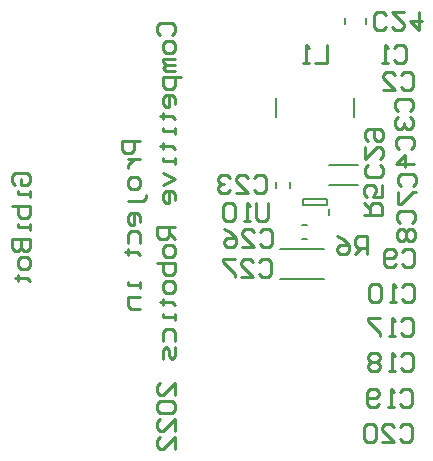
<source format=gbr>
%TF.GenerationSoftware,Altium Limited,Altium Designer,22.10.1 (41)*%
G04 Layer_Color=32896*
%FSLAX45Y45*%
%MOMM*%
%TF.SameCoordinates,7B7B0447-9336-45C8-9B88-AABF40CF29D0*%
%TF.FilePolarity,Positive*%
%TF.FileFunction,Legend,Bot*%
%TF.Part,Single*%
G01*
G75*
%TA.AperFunction,NonConductor*%
%ADD63C,0.10000*%
%ADD64C,0.20000*%
%ADD65C,0.25400*%
D63*
X6680000Y5817574D02*
G03*
X6680000Y5807574I0J-5000D01*
G01*
D02*
G03*
X6680000Y5817574I0J5000D01*
G01*
D64*
X6565310Y5070913D02*
X6614690D01*
X6565310Y5191533D02*
X6614690D01*
X6799393Y5702797D02*
X7040606D01*
X6799393Y5531584D02*
X7040606D01*
X7110000Y6895500D02*
Y6945500D01*
X6930000Y6895500D02*
Y6945500D01*
X6350000Y6106374D02*
Y6267574D01*
X7010000Y6107574D02*
Y6267574D01*
X6384690Y4990888D02*
X6755310D01*
X6384690Y4730888D02*
X6755310D01*
X6784781Y5361558D02*
Y5411558D01*
X6574781D02*
X6784781D01*
X6574781Y5361558D02*
Y5411558D01*
Y5361558D02*
X6784781D01*
X6794781Y5279059D02*
Y5326559D01*
X6346234Y5502151D02*
Y5551528D01*
X6466853Y5502151D02*
Y5551528D01*
D65*
X5366858Y6803033D02*
X5341466Y6828425D01*
Y6879208D01*
X5366858Y6904600D01*
X5468425D01*
X5493817Y6879208D01*
Y6828425D01*
X5468425Y6803033D01*
X5493817Y6726858D02*
Y6676074D01*
X5468425Y6650682D01*
X5417641D01*
X5392249Y6676074D01*
Y6726858D01*
X5417641Y6752249D01*
X5468425D01*
X5493817Y6726858D01*
Y6599899D02*
X5392249D01*
Y6574507D01*
X5417641Y6549115D01*
X5493817D01*
X5417641D01*
X5392249Y6523723D01*
X5417641Y6498331D01*
X5493817D01*
X5544600Y6447548D02*
X5392249D01*
Y6371373D01*
X5417641Y6345981D01*
X5468425D01*
X5493817Y6371373D01*
Y6447548D01*
Y6219022D02*
Y6269805D01*
X5468425Y6295197D01*
X5417641D01*
X5392249Y6269805D01*
Y6219022D01*
X5417641Y6193630D01*
X5443033D01*
Y6295197D01*
X5366858Y6117455D02*
X5392249D01*
Y6142846D01*
Y6092063D01*
Y6117455D01*
X5468425D01*
X5493817Y6092063D01*
Y6015888D02*
Y5965104D01*
Y5990496D01*
X5392249D01*
Y6015888D01*
X5366858Y5863537D02*
X5392249D01*
Y5888929D01*
Y5838145D01*
Y5863537D01*
X5468425D01*
X5493817Y5838145D01*
Y5761970D02*
Y5711186D01*
Y5736578D01*
X5392249D01*
Y5761970D01*
Y5635011D02*
X5493817Y5584228D01*
X5392249Y5533444D01*
X5493817Y5406485D02*
Y5457268D01*
X5468425Y5482660D01*
X5417641D01*
X5392249Y5457268D01*
Y5406485D01*
X5417641Y5381093D01*
X5443033D01*
Y5482660D01*
X5493817Y5177959D02*
X5341466D01*
Y5101784D01*
X5366858Y5076392D01*
X5417641D01*
X5443033Y5101784D01*
Y5177959D01*
Y5127175D02*
X5493817Y5076392D01*
Y5000216D02*
Y4949433D01*
X5468425Y4924041D01*
X5417641D01*
X5392249Y4949433D01*
Y5000216D01*
X5417641Y5025608D01*
X5468425D01*
X5493817Y5000216D01*
X5341466Y4873257D02*
X5493817D01*
Y4797082D01*
X5468425Y4771690D01*
X5443033D01*
X5417641D01*
X5392249Y4797082D01*
Y4873257D01*
X5493817Y4695515D02*
Y4644731D01*
X5468425Y4619340D01*
X5417641D01*
X5392249Y4644731D01*
Y4695515D01*
X5417641Y4720907D01*
X5468425D01*
X5493817Y4695515D01*
X5366858Y4543164D02*
X5392249D01*
Y4568556D01*
Y4517773D01*
Y4543164D01*
X5468425D01*
X5493817Y4517773D01*
Y4441597D02*
Y4390814D01*
Y4416205D01*
X5392249D01*
Y4441597D01*
Y4213071D02*
Y4289246D01*
X5417641Y4314638D01*
X5468425D01*
X5493817Y4289246D01*
Y4213071D01*
Y4162288D02*
Y4086112D01*
X5468425Y4060720D01*
X5443033Y4086112D01*
Y4136896D01*
X5417641Y4162288D01*
X5392249Y4136896D01*
Y4060720D01*
X5493817Y3756019D02*
Y3857586D01*
X5392249Y3756019D01*
X5366858D01*
X5341466Y3781411D01*
Y3832194D01*
X5366858Y3857586D01*
Y3705235D02*
X5341466Y3679844D01*
Y3629060D01*
X5366858Y3603668D01*
X5468425D01*
X5493817Y3629060D01*
Y3679844D01*
X5468425Y3705235D01*
X5366858D01*
X5493817Y3451317D02*
Y3552885D01*
X5392249Y3451317D01*
X5366858D01*
X5341466Y3476709D01*
Y3527493D01*
X5366858Y3552885D01*
X5493817Y3298967D02*
Y3400534D01*
X5392249Y3298967D01*
X5366858D01*
X5341466Y3324359D01*
Y3375142D01*
X5366858Y3400534D01*
X5193816Y5904600D02*
X5041466D01*
Y5828425D01*
X5066858Y5803033D01*
X5117641D01*
X5143033Y5828425D01*
Y5904600D01*
X5092249Y5752249D02*
X5193816D01*
X5143033D01*
X5117641Y5726857D01*
X5092249Y5701466D01*
Y5676074D01*
X5193816Y5574507D02*
Y5523723D01*
X5168425Y5498331D01*
X5117641D01*
X5092249Y5523723D01*
Y5574507D01*
X5117641Y5599899D01*
X5168425D01*
X5193816Y5574507D01*
X5244600Y5447548D02*
Y5422156D01*
X5219208Y5396764D01*
X5092249D01*
X5193816Y5219022D02*
Y5269805D01*
X5168425Y5295197D01*
X5117641D01*
X5092249Y5269805D01*
Y5219022D01*
X5117641Y5193630D01*
X5143033D01*
Y5295197D01*
X5092249Y5041279D02*
Y5117455D01*
X5117641Y5142846D01*
X5168425D01*
X5193816Y5117455D01*
Y5041279D01*
X5066858Y4965104D02*
X5092249D01*
Y4990496D01*
Y4939712D01*
Y4965104D01*
X5168425D01*
X5193816Y4939712D01*
Y4711186D02*
Y4660403D01*
Y4685794D01*
X5092249D01*
Y4711186D01*
X5193816Y4584227D02*
X5092249D01*
Y4508052D01*
X5117641Y4482660D01*
X5193816D01*
X4137641Y5533033D02*
X4112249Y5558424D01*
Y5609208D01*
X4137641Y5634600D01*
X4239208D01*
X4264600Y5609208D01*
Y5558424D01*
X4239208Y5533033D01*
X4188424D01*
Y5583816D01*
X4264600Y5482249D02*
Y5431466D01*
Y5456857D01*
X4163033D01*
Y5482249D01*
X4112249Y5355290D02*
X4264600D01*
Y5279115D01*
X4239208Y5253723D01*
X4213816D01*
X4188424D01*
X4163033Y5279115D01*
Y5355290D01*
X4264600Y5202940D02*
Y5152156D01*
Y5177548D01*
X4163033D01*
Y5202940D01*
X4112249Y5075981D02*
X4264600D01*
Y4999805D01*
X4239208Y4974413D01*
X4213816D01*
X4188424Y4999805D01*
Y5075981D01*
Y4999805D01*
X4163033Y4974413D01*
X4137641D01*
X4112249Y4999805D01*
Y5075981D01*
X4264600Y4898238D02*
Y4847455D01*
X4239208Y4822063D01*
X4188424D01*
X4163033Y4847455D01*
Y4898238D01*
X4188424Y4923630D01*
X4239208D01*
X4264600Y4898238D01*
X4137641Y4745887D02*
X4163033D01*
Y4771279D01*
Y4720496D01*
Y4745887D01*
X4239208D01*
X4264600Y4720496D01*
X7116959Y4943825D02*
Y5096175D01*
X7040783D01*
X7015392Y5070784D01*
Y5020000D01*
X7040783Y4994608D01*
X7116959D01*
X7066175D02*
X7015392Y4943825D01*
X6863041Y5096175D02*
X6913825Y5070784D01*
X6964608Y5020000D01*
Y4969217D01*
X6939216Y4943825D01*
X6888433D01*
X6863041Y4969217D01*
Y4994608D01*
X6888433Y5020000D01*
X6964608D01*
X6781567Y6716175D02*
Y6563825D01*
X6680000D01*
X6629216D02*
X6578433D01*
X6603824D01*
Y6716175D01*
X6629216Y6690783D01*
X7230784Y5698433D02*
X7256175Y5673041D01*
Y5622258D01*
X7230784Y5596866D01*
X7129217D01*
X7103825Y5622258D01*
Y5673041D01*
X7129217Y5698433D01*
X7103825Y5850784D02*
Y5749217D01*
X7205392Y5850784D01*
X7230784D01*
X7256175Y5825392D01*
Y5774608D01*
X7230784Y5749217D01*
X7129217Y5901567D02*
X7103825Y5926959D01*
Y5977743D01*
X7129217Y6003135D01*
X7230784D01*
X7256175Y5977743D01*
Y5926959D01*
X7230784Y5901567D01*
X7205392D01*
X7180000Y5926959D01*
Y6003135D01*
X6201567Y4880783D02*
X6226959Y4906175D01*
X6277742D01*
X6303134Y4880783D01*
Y4779217D01*
X6277742Y4753825D01*
X6226959D01*
X6201567Y4779217D01*
X6049216Y4753825D02*
X6150783D01*
X6049216Y4855392D01*
Y4880783D01*
X6074608Y4906175D01*
X6125392D01*
X6150783Y4880783D01*
X5998433Y4906175D02*
X5896866D01*
Y4880783D01*
X5998433Y4779217D01*
Y4753825D01*
X6211567Y5130783D02*
X6236959Y5156175D01*
X6287742D01*
X6313134Y5130783D01*
Y5029217D01*
X6287742Y5003825D01*
X6236959D01*
X6211567Y5029217D01*
X6059216Y5003825D02*
X6160783D01*
X6059216Y5105392D01*
Y5130783D01*
X6084608Y5156175D01*
X6135392D01*
X6160783Y5130783D01*
X5906866Y5156175D02*
X5957649Y5130783D01*
X6008433Y5080000D01*
Y5029217D01*
X5983041Y5003825D01*
X5932257D01*
X5906866Y5029217D01*
Y5054608D01*
X5932257Y5080000D01*
X6008433D01*
X7396842Y3477151D02*
X7422234Y3502542D01*
X7473017D01*
X7498409Y3477151D01*
Y3375584D01*
X7473017Y3350192D01*
X7422234D01*
X7396842Y3375584D01*
X7244491Y3350192D02*
X7346058D01*
X7244491Y3451759D01*
Y3477151D01*
X7269883Y3502542D01*
X7320667D01*
X7346058Y3477151D01*
X7193708D02*
X7168316Y3502542D01*
X7117532D01*
X7092141Y3477151D01*
Y3375584D01*
X7117532Y3350192D01*
X7168316D01*
X7193708Y3375584D01*
Y3477151D01*
X7401453Y3773846D02*
X7426845Y3799238D01*
X7477629D01*
X7503021Y3773846D01*
Y3672279D01*
X7477629Y3646887D01*
X7426845D01*
X7401453Y3672279D01*
X7350670Y3646887D02*
X7299886D01*
X7325278D01*
Y3799238D01*
X7350670Y3773846D01*
X7223711Y3672279D02*
X7198319Y3646887D01*
X7147536D01*
X7122144Y3672279D01*
Y3773846D01*
X7147536Y3799238D01*
X7198319D01*
X7223711Y3773846D01*
Y3748454D01*
X7198319Y3723062D01*
X7122144D01*
X7406398Y4077958D02*
X7431790Y4103350D01*
X7482573D01*
X7507965Y4077958D01*
Y3976391D01*
X7482573Y3950999D01*
X7431790D01*
X7406398Y3976391D01*
X7355614Y3950999D02*
X7304831D01*
X7330222D01*
Y4103350D01*
X7355614Y4077958D01*
X7228655D02*
X7203263Y4103350D01*
X7152480D01*
X7127088Y4077958D01*
Y4052566D01*
X7152480Y4027175D01*
X7127088Y4001783D01*
Y3976391D01*
X7152480Y3950999D01*
X7203263D01*
X7228655Y3976391D01*
Y4001783D01*
X7203263Y4027175D01*
X7228655Y4052566D01*
Y4077958D01*
X7203263Y4027175D02*
X7152480D01*
X7408871Y4382071D02*
X7434262Y4407463D01*
X7485046D01*
X7510438Y4382071D01*
Y4280504D01*
X7485046Y4255112D01*
X7434262D01*
X7408871Y4280504D01*
X7358087Y4255112D02*
X7307304D01*
X7332695D01*
Y4407463D01*
X7358087Y4382071D01*
X7231128Y4407463D02*
X7129561D01*
Y4382071D01*
X7231128Y4280504D01*
Y4255112D01*
X7417221Y4668741D02*
X7442613Y4694133D01*
X7493396D01*
X7518788Y4668741D01*
Y4567174D01*
X7493396Y4541782D01*
X7442613D01*
X7417221Y4567174D01*
X7366438Y4541782D02*
X7315654D01*
X7341046D01*
Y4694133D01*
X7366438Y4668741D01*
X7239479D02*
X7214087Y4694133D01*
X7163303D01*
X7137912Y4668741D01*
Y4567174D01*
X7163303Y4541782D01*
X7214087D01*
X7239479Y4567174D01*
Y4668741D01*
X7418359Y4963100D02*
X7443751Y4988492D01*
X7494534D01*
X7519926Y4963100D01*
Y4861533D01*
X7494534Y4836141D01*
X7443751D01*
X7418359Y4861533D01*
X7367576D02*
X7342184Y4836141D01*
X7291400D01*
X7266008Y4861533D01*
Y4963100D01*
X7291400Y4988492D01*
X7342184D01*
X7367576Y4963100D01*
Y4937708D01*
X7342184Y4912317D01*
X7266008D01*
X7399217Y5205392D02*
X7373825Y5230784D01*
Y5281567D01*
X7399217Y5306959D01*
X7500784D01*
X7526175Y5281567D01*
Y5230784D01*
X7500784Y5205392D01*
X7399217Y5154608D02*
X7373825Y5129216D01*
Y5078433D01*
X7399217Y5053041D01*
X7424608D01*
X7450000Y5078433D01*
X7475392Y5053041D01*
X7500784D01*
X7526175Y5078433D01*
Y5129216D01*
X7500784Y5154608D01*
X7475392D01*
X7450000Y5129216D01*
X7424608Y5154608D01*
X7399217D01*
X7450000Y5129216D02*
Y5078433D01*
X7409216Y5525391D02*
X7383824Y5550783D01*
Y5601567D01*
X7409216Y5626959D01*
X7510783D01*
X7536175Y5601567D01*
Y5550783D01*
X7510783Y5525391D01*
X7383824Y5474608D02*
Y5373041D01*
X7409216D01*
X7510783Y5474608D01*
X7536175D01*
X7389217Y5835392D02*
X7363825Y5860784D01*
Y5911567D01*
X7389217Y5936959D01*
X7490784D01*
X7516175Y5911567D01*
Y5860784D01*
X7490784Y5835392D01*
X7516175Y5708433D02*
X7363825D01*
X7440000Y5784608D01*
Y5683041D01*
X7379217Y6155392D02*
X7353825Y6180783D01*
Y6231567D01*
X7379217Y6256959D01*
X7480784D01*
X7506175Y6231567D01*
Y6180783D01*
X7480784Y6155392D01*
X7379217Y6104608D02*
X7353825Y6079216D01*
Y6028433D01*
X7379217Y6003041D01*
X7404608D01*
X7430000Y6028433D01*
Y6053825D01*
Y6028433D01*
X7455392Y6003041D01*
X7480784D01*
X7506175Y6028433D01*
Y6079216D01*
X7480784Y6104608D01*
X7407203Y6461408D02*
X7432595Y6486800D01*
X7483378D01*
X7508770Y6461408D01*
Y6359841D01*
X7483378Y6334449D01*
X7432595D01*
X7407203Y6359841D01*
X7254852Y6334449D02*
X7356420D01*
X7254852Y6436016D01*
Y6461408D01*
X7280244Y6486800D01*
X7331028D01*
X7356420Y6461408D01*
X7350000Y6690783D02*
X7375392Y6716175D01*
X7426175D01*
X7451567Y6690783D01*
Y6589216D01*
X7426175Y6563825D01*
X7375392D01*
X7350000Y6589216D01*
X7299216Y6563825D02*
X7248433D01*
X7273824D01*
Y6716175D01*
X7299216Y6690783D01*
X7093825Y5273041D02*
X7246175D01*
Y5349217D01*
X7220783Y5374609D01*
X7170000D01*
X7144608Y5349217D01*
Y5273041D01*
Y5323825D02*
X7093825Y5374609D01*
X7246175Y5526959D02*
Y5425392D01*
X7170000D01*
X7195392Y5476175D01*
Y5501567D01*
X7170000Y5526959D01*
X7119216D01*
X7093825Y5501567D01*
Y5450784D01*
X7119216Y5425392D01*
X6280438Y5376175D02*
Y5249217D01*
X6255046Y5223825D01*
X6204263D01*
X6178871Y5249217D01*
Y5376175D01*
X6128088Y5223825D02*
X6077304D01*
X6102696D01*
Y5376175D01*
X6128088Y5350784D01*
X6001129D02*
X5975737Y5376175D01*
X5924953D01*
X5899561Y5350784D01*
Y5249217D01*
X5924953Y5223825D01*
X5975737D01*
X6001129Y5249217D01*
Y5350784D01*
X7278433Y6869216D02*
X7253041Y6843824D01*
X7202258D01*
X7176866Y6869216D01*
Y6970783D01*
X7202258Y6996175D01*
X7253041D01*
X7278433Y6970783D01*
X7430784Y6996175D02*
X7329216D01*
X7430784Y6894607D01*
Y6869216D01*
X7405392Y6843824D01*
X7354608D01*
X7329216Y6869216D01*
X7557743Y6996175D02*
Y6843824D01*
X7481567Y6919999D01*
X7583134D01*
X6161567Y5590784D02*
X6186959Y5616175D01*
X6237742D01*
X6263134Y5590784D01*
Y5489217D01*
X6237742Y5463825D01*
X6186959D01*
X6161567Y5489217D01*
X6009216Y5463825D02*
X6110784D01*
X6009216Y5565392D01*
Y5590784D01*
X6034608Y5616175D01*
X6085392D01*
X6110784Y5590784D01*
X5958433D02*
X5933041Y5616175D01*
X5882257D01*
X5856866Y5590784D01*
Y5565392D01*
X5882257Y5540000D01*
X5907649D01*
X5882257D01*
X5856866Y5514608D01*
Y5489217D01*
X5882257Y5463825D01*
X5933041D01*
X5958433Y5489217D01*
%TF.MD5,b2ae2f8bf8cb4b290e357763eeaae383*%
M02*

</source>
